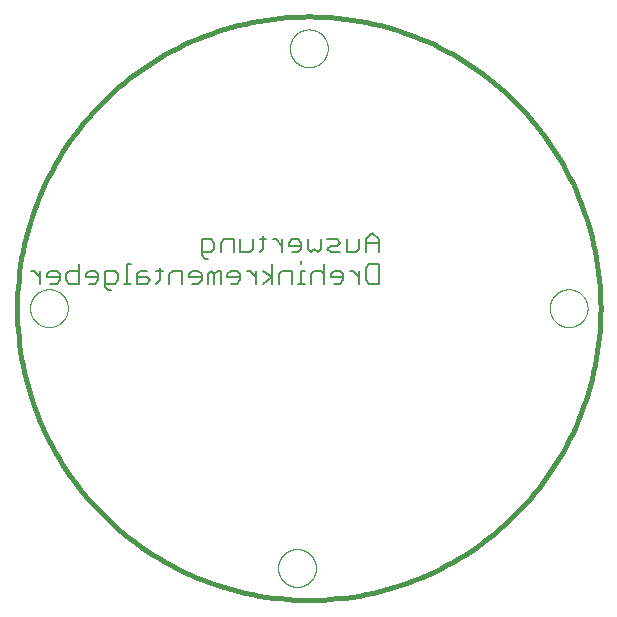
<source format=gbo>
G75*
%MOIN*%
%OFA0B0*%
%FSLAX25Y25*%
%IPPOS*%
%LPD*%
%AMOC8*
5,1,8,0,0,1.08239X$1,22.5*
%
%ADD10C,0.01600*%
%ADD11C,0.00000*%
%ADD12C,0.00600*%
D10*
X0002582Y0099819D02*
X0002611Y0102205D01*
X0002699Y0104590D01*
X0002845Y0106972D01*
X0003050Y0109350D01*
X0003313Y0111722D01*
X0003634Y0114087D01*
X0004014Y0116443D01*
X0004450Y0118789D01*
X0004945Y0121124D01*
X0005496Y0123446D01*
X0006104Y0125753D01*
X0006769Y0128045D01*
X0007490Y0130320D01*
X0008266Y0132577D01*
X0009098Y0134814D01*
X0009984Y0137030D01*
X0010924Y0139223D01*
X0011918Y0141393D01*
X0012965Y0143538D01*
X0014064Y0145656D01*
X0015214Y0147747D01*
X0016416Y0149809D01*
X0017668Y0151841D01*
X0018969Y0153841D01*
X0020320Y0155809D01*
X0021718Y0157743D01*
X0023163Y0159642D01*
X0024654Y0161505D01*
X0026190Y0163332D01*
X0027771Y0165119D01*
X0029395Y0166868D01*
X0031062Y0168576D01*
X0032770Y0170243D01*
X0034519Y0171867D01*
X0036306Y0173448D01*
X0038133Y0174984D01*
X0039996Y0176475D01*
X0041895Y0177920D01*
X0043829Y0179318D01*
X0045797Y0180669D01*
X0047797Y0181970D01*
X0049829Y0183222D01*
X0051891Y0184424D01*
X0053982Y0185574D01*
X0056100Y0186673D01*
X0058245Y0187720D01*
X0060415Y0188714D01*
X0062608Y0189654D01*
X0064824Y0190540D01*
X0067061Y0191372D01*
X0069318Y0192148D01*
X0071593Y0192869D01*
X0073885Y0193534D01*
X0076192Y0194142D01*
X0078514Y0194693D01*
X0080849Y0195188D01*
X0083195Y0195624D01*
X0085551Y0196004D01*
X0087916Y0196325D01*
X0090288Y0196588D01*
X0092666Y0196793D01*
X0095048Y0196939D01*
X0097433Y0197027D01*
X0099819Y0197056D01*
X0102205Y0197027D01*
X0104590Y0196939D01*
X0106972Y0196793D01*
X0109350Y0196588D01*
X0111722Y0196325D01*
X0114087Y0196004D01*
X0116443Y0195624D01*
X0118789Y0195188D01*
X0121124Y0194693D01*
X0123446Y0194142D01*
X0125753Y0193534D01*
X0128045Y0192869D01*
X0130320Y0192148D01*
X0132577Y0191372D01*
X0134814Y0190540D01*
X0137030Y0189654D01*
X0139223Y0188714D01*
X0141393Y0187720D01*
X0143538Y0186673D01*
X0145656Y0185574D01*
X0147747Y0184424D01*
X0149809Y0183222D01*
X0151841Y0181970D01*
X0153841Y0180669D01*
X0155809Y0179318D01*
X0157743Y0177920D01*
X0159642Y0176475D01*
X0161505Y0174984D01*
X0163332Y0173448D01*
X0165119Y0171867D01*
X0166868Y0170243D01*
X0168576Y0168576D01*
X0170243Y0166868D01*
X0171867Y0165119D01*
X0173448Y0163332D01*
X0174984Y0161505D01*
X0176475Y0159642D01*
X0177920Y0157743D01*
X0179318Y0155809D01*
X0180669Y0153841D01*
X0181970Y0151841D01*
X0183222Y0149809D01*
X0184424Y0147747D01*
X0185574Y0145656D01*
X0186673Y0143538D01*
X0187720Y0141393D01*
X0188714Y0139223D01*
X0189654Y0137030D01*
X0190540Y0134814D01*
X0191372Y0132577D01*
X0192148Y0130320D01*
X0192869Y0128045D01*
X0193534Y0125753D01*
X0194142Y0123446D01*
X0194693Y0121124D01*
X0195188Y0118789D01*
X0195624Y0116443D01*
X0196004Y0114087D01*
X0196325Y0111722D01*
X0196588Y0109350D01*
X0196793Y0106972D01*
X0196939Y0104590D01*
X0197027Y0102205D01*
X0197056Y0099819D01*
X0197027Y0097433D01*
X0196939Y0095048D01*
X0196793Y0092666D01*
X0196588Y0090288D01*
X0196325Y0087916D01*
X0196004Y0085551D01*
X0195624Y0083195D01*
X0195188Y0080849D01*
X0194693Y0078514D01*
X0194142Y0076192D01*
X0193534Y0073885D01*
X0192869Y0071593D01*
X0192148Y0069318D01*
X0191372Y0067061D01*
X0190540Y0064824D01*
X0189654Y0062608D01*
X0188714Y0060415D01*
X0187720Y0058245D01*
X0186673Y0056100D01*
X0185574Y0053982D01*
X0184424Y0051891D01*
X0183222Y0049829D01*
X0181970Y0047797D01*
X0180669Y0045797D01*
X0179318Y0043829D01*
X0177920Y0041895D01*
X0176475Y0039996D01*
X0174984Y0038133D01*
X0173448Y0036306D01*
X0171867Y0034519D01*
X0170243Y0032770D01*
X0168576Y0031062D01*
X0166868Y0029395D01*
X0165119Y0027771D01*
X0163332Y0026190D01*
X0161505Y0024654D01*
X0159642Y0023163D01*
X0157743Y0021718D01*
X0155809Y0020320D01*
X0153841Y0018969D01*
X0151841Y0017668D01*
X0149809Y0016416D01*
X0147747Y0015214D01*
X0145656Y0014064D01*
X0143538Y0012965D01*
X0141393Y0011918D01*
X0139223Y0010924D01*
X0137030Y0009984D01*
X0134814Y0009098D01*
X0132577Y0008266D01*
X0130320Y0007490D01*
X0128045Y0006769D01*
X0125753Y0006104D01*
X0123446Y0005496D01*
X0121124Y0004945D01*
X0118789Y0004450D01*
X0116443Y0004014D01*
X0114087Y0003634D01*
X0111722Y0003313D01*
X0109350Y0003050D01*
X0106972Y0002845D01*
X0104590Y0002699D01*
X0102205Y0002611D01*
X0099819Y0002582D01*
X0097433Y0002611D01*
X0095048Y0002699D01*
X0092666Y0002845D01*
X0090288Y0003050D01*
X0087916Y0003313D01*
X0085551Y0003634D01*
X0083195Y0004014D01*
X0080849Y0004450D01*
X0078514Y0004945D01*
X0076192Y0005496D01*
X0073885Y0006104D01*
X0071593Y0006769D01*
X0069318Y0007490D01*
X0067061Y0008266D01*
X0064824Y0009098D01*
X0062608Y0009984D01*
X0060415Y0010924D01*
X0058245Y0011918D01*
X0056100Y0012965D01*
X0053982Y0014064D01*
X0051891Y0015214D01*
X0049829Y0016416D01*
X0047797Y0017668D01*
X0045797Y0018969D01*
X0043829Y0020320D01*
X0041895Y0021718D01*
X0039996Y0023163D01*
X0038133Y0024654D01*
X0036306Y0026190D01*
X0034519Y0027771D01*
X0032770Y0029395D01*
X0031062Y0031062D01*
X0029395Y0032770D01*
X0027771Y0034519D01*
X0026190Y0036306D01*
X0024654Y0038133D01*
X0023163Y0039996D01*
X0021718Y0041895D01*
X0020320Y0043829D01*
X0018969Y0045797D01*
X0017668Y0047797D01*
X0016416Y0049829D01*
X0015214Y0051891D01*
X0014064Y0053982D01*
X0012965Y0056100D01*
X0011918Y0058245D01*
X0010924Y0060415D01*
X0009984Y0062608D01*
X0009098Y0064824D01*
X0008266Y0067061D01*
X0007490Y0069318D01*
X0006769Y0071593D01*
X0006104Y0073885D01*
X0005496Y0076192D01*
X0004945Y0078514D01*
X0004450Y0080849D01*
X0004014Y0083195D01*
X0003634Y0085551D01*
X0003313Y0087916D01*
X0003050Y0090288D01*
X0002845Y0092666D01*
X0002699Y0095048D01*
X0002611Y0097433D01*
X0002582Y0099819D01*
D11*
X0089583Y0013205D02*
X0089585Y0013363D01*
X0089591Y0013521D01*
X0089601Y0013679D01*
X0089615Y0013837D01*
X0089633Y0013994D01*
X0089654Y0014151D01*
X0089680Y0014307D01*
X0089710Y0014463D01*
X0089743Y0014618D01*
X0089781Y0014771D01*
X0089822Y0014924D01*
X0089867Y0015076D01*
X0089916Y0015227D01*
X0089969Y0015376D01*
X0090025Y0015524D01*
X0090085Y0015670D01*
X0090149Y0015815D01*
X0090217Y0015958D01*
X0090288Y0016100D01*
X0090362Y0016240D01*
X0090440Y0016377D01*
X0090522Y0016513D01*
X0090606Y0016647D01*
X0090695Y0016778D01*
X0090786Y0016907D01*
X0090881Y0017034D01*
X0090978Y0017159D01*
X0091079Y0017281D01*
X0091183Y0017400D01*
X0091290Y0017517D01*
X0091400Y0017631D01*
X0091513Y0017742D01*
X0091628Y0017851D01*
X0091746Y0017956D01*
X0091867Y0018058D01*
X0091990Y0018158D01*
X0092116Y0018254D01*
X0092244Y0018347D01*
X0092374Y0018437D01*
X0092507Y0018523D01*
X0092642Y0018607D01*
X0092778Y0018686D01*
X0092917Y0018763D01*
X0093058Y0018835D01*
X0093200Y0018905D01*
X0093344Y0018970D01*
X0093490Y0019032D01*
X0093637Y0019090D01*
X0093786Y0019145D01*
X0093936Y0019196D01*
X0094087Y0019243D01*
X0094239Y0019286D01*
X0094392Y0019325D01*
X0094547Y0019361D01*
X0094702Y0019392D01*
X0094858Y0019420D01*
X0095014Y0019444D01*
X0095171Y0019464D01*
X0095329Y0019480D01*
X0095486Y0019492D01*
X0095645Y0019500D01*
X0095803Y0019504D01*
X0095961Y0019504D01*
X0096119Y0019500D01*
X0096278Y0019492D01*
X0096435Y0019480D01*
X0096593Y0019464D01*
X0096750Y0019444D01*
X0096906Y0019420D01*
X0097062Y0019392D01*
X0097217Y0019361D01*
X0097372Y0019325D01*
X0097525Y0019286D01*
X0097677Y0019243D01*
X0097828Y0019196D01*
X0097978Y0019145D01*
X0098127Y0019090D01*
X0098274Y0019032D01*
X0098420Y0018970D01*
X0098564Y0018905D01*
X0098706Y0018835D01*
X0098847Y0018763D01*
X0098986Y0018686D01*
X0099122Y0018607D01*
X0099257Y0018523D01*
X0099390Y0018437D01*
X0099520Y0018347D01*
X0099648Y0018254D01*
X0099774Y0018158D01*
X0099897Y0018058D01*
X0100018Y0017956D01*
X0100136Y0017851D01*
X0100251Y0017742D01*
X0100364Y0017631D01*
X0100474Y0017517D01*
X0100581Y0017400D01*
X0100685Y0017281D01*
X0100786Y0017159D01*
X0100883Y0017034D01*
X0100978Y0016907D01*
X0101069Y0016778D01*
X0101158Y0016647D01*
X0101242Y0016513D01*
X0101324Y0016377D01*
X0101402Y0016240D01*
X0101476Y0016100D01*
X0101547Y0015958D01*
X0101615Y0015815D01*
X0101679Y0015670D01*
X0101739Y0015524D01*
X0101795Y0015376D01*
X0101848Y0015227D01*
X0101897Y0015076D01*
X0101942Y0014924D01*
X0101983Y0014771D01*
X0102021Y0014618D01*
X0102054Y0014463D01*
X0102084Y0014307D01*
X0102110Y0014151D01*
X0102131Y0013994D01*
X0102149Y0013837D01*
X0102163Y0013679D01*
X0102173Y0013521D01*
X0102179Y0013363D01*
X0102181Y0013205D01*
X0102179Y0013047D01*
X0102173Y0012889D01*
X0102163Y0012731D01*
X0102149Y0012573D01*
X0102131Y0012416D01*
X0102110Y0012259D01*
X0102084Y0012103D01*
X0102054Y0011947D01*
X0102021Y0011792D01*
X0101983Y0011639D01*
X0101942Y0011486D01*
X0101897Y0011334D01*
X0101848Y0011183D01*
X0101795Y0011034D01*
X0101739Y0010886D01*
X0101679Y0010740D01*
X0101615Y0010595D01*
X0101547Y0010452D01*
X0101476Y0010310D01*
X0101402Y0010170D01*
X0101324Y0010033D01*
X0101242Y0009897D01*
X0101158Y0009763D01*
X0101069Y0009632D01*
X0100978Y0009503D01*
X0100883Y0009376D01*
X0100786Y0009251D01*
X0100685Y0009129D01*
X0100581Y0009010D01*
X0100474Y0008893D01*
X0100364Y0008779D01*
X0100251Y0008668D01*
X0100136Y0008559D01*
X0100018Y0008454D01*
X0099897Y0008352D01*
X0099774Y0008252D01*
X0099648Y0008156D01*
X0099520Y0008063D01*
X0099390Y0007973D01*
X0099257Y0007887D01*
X0099122Y0007803D01*
X0098986Y0007724D01*
X0098847Y0007647D01*
X0098706Y0007575D01*
X0098564Y0007505D01*
X0098420Y0007440D01*
X0098274Y0007378D01*
X0098127Y0007320D01*
X0097978Y0007265D01*
X0097828Y0007214D01*
X0097677Y0007167D01*
X0097525Y0007124D01*
X0097372Y0007085D01*
X0097217Y0007049D01*
X0097062Y0007018D01*
X0096906Y0006990D01*
X0096750Y0006966D01*
X0096593Y0006946D01*
X0096435Y0006930D01*
X0096278Y0006918D01*
X0096119Y0006910D01*
X0095961Y0006906D01*
X0095803Y0006906D01*
X0095645Y0006910D01*
X0095486Y0006918D01*
X0095329Y0006930D01*
X0095171Y0006946D01*
X0095014Y0006966D01*
X0094858Y0006990D01*
X0094702Y0007018D01*
X0094547Y0007049D01*
X0094392Y0007085D01*
X0094239Y0007124D01*
X0094087Y0007167D01*
X0093936Y0007214D01*
X0093786Y0007265D01*
X0093637Y0007320D01*
X0093490Y0007378D01*
X0093344Y0007440D01*
X0093200Y0007505D01*
X0093058Y0007575D01*
X0092917Y0007647D01*
X0092778Y0007724D01*
X0092642Y0007803D01*
X0092507Y0007887D01*
X0092374Y0007973D01*
X0092244Y0008063D01*
X0092116Y0008156D01*
X0091990Y0008252D01*
X0091867Y0008352D01*
X0091746Y0008454D01*
X0091628Y0008559D01*
X0091513Y0008668D01*
X0091400Y0008779D01*
X0091290Y0008893D01*
X0091183Y0009010D01*
X0091079Y0009129D01*
X0090978Y0009251D01*
X0090881Y0009376D01*
X0090786Y0009503D01*
X0090695Y0009632D01*
X0090606Y0009763D01*
X0090522Y0009897D01*
X0090440Y0010033D01*
X0090362Y0010170D01*
X0090288Y0010310D01*
X0090217Y0010452D01*
X0090149Y0010595D01*
X0090085Y0010740D01*
X0090025Y0010886D01*
X0089969Y0011034D01*
X0089916Y0011183D01*
X0089867Y0011334D01*
X0089822Y0011486D01*
X0089781Y0011639D01*
X0089743Y0011792D01*
X0089710Y0011947D01*
X0089680Y0012103D01*
X0089654Y0012259D01*
X0089633Y0012416D01*
X0089615Y0012573D01*
X0089601Y0012731D01*
X0089591Y0012889D01*
X0089585Y0013047D01*
X0089583Y0013205D01*
X0006906Y0099819D02*
X0006908Y0099977D01*
X0006914Y0100135D01*
X0006924Y0100293D01*
X0006938Y0100451D01*
X0006956Y0100608D01*
X0006977Y0100765D01*
X0007003Y0100921D01*
X0007033Y0101077D01*
X0007066Y0101232D01*
X0007104Y0101385D01*
X0007145Y0101538D01*
X0007190Y0101690D01*
X0007239Y0101841D01*
X0007292Y0101990D01*
X0007348Y0102138D01*
X0007408Y0102284D01*
X0007472Y0102429D01*
X0007540Y0102572D01*
X0007611Y0102714D01*
X0007685Y0102854D01*
X0007763Y0102991D01*
X0007845Y0103127D01*
X0007929Y0103261D01*
X0008018Y0103392D01*
X0008109Y0103521D01*
X0008204Y0103648D01*
X0008301Y0103773D01*
X0008402Y0103895D01*
X0008506Y0104014D01*
X0008613Y0104131D01*
X0008723Y0104245D01*
X0008836Y0104356D01*
X0008951Y0104465D01*
X0009069Y0104570D01*
X0009190Y0104672D01*
X0009313Y0104772D01*
X0009439Y0104868D01*
X0009567Y0104961D01*
X0009697Y0105051D01*
X0009830Y0105137D01*
X0009965Y0105221D01*
X0010101Y0105300D01*
X0010240Y0105377D01*
X0010381Y0105449D01*
X0010523Y0105519D01*
X0010667Y0105584D01*
X0010813Y0105646D01*
X0010960Y0105704D01*
X0011109Y0105759D01*
X0011259Y0105810D01*
X0011410Y0105857D01*
X0011562Y0105900D01*
X0011715Y0105939D01*
X0011870Y0105975D01*
X0012025Y0106006D01*
X0012181Y0106034D01*
X0012337Y0106058D01*
X0012494Y0106078D01*
X0012652Y0106094D01*
X0012809Y0106106D01*
X0012968Y0106114D01*
X0013126Y0106118D01*
X0013284Y0106118D01*
X0013442Y0106114D01*
X0013601Y0106106D01*
X0013758Y0106094D01*
X0013916Y0106078D01*
X0014073Y0106058D01*
X0014229Y0106034D01*
X0014385Y0106006D01*
X0014540Y0105975D01*
X0014695Y0105939D01*
X0014848Y0105900D01*
X0015000Y0105857D01*
X0015151Y0105810D01*
X0015301Y0105759D01*
X0015450Y0105704D01*
X0015597Y0105646D01*
X0015743Y0105584D01*
X0015887Y0105519D01*
X0016029Y0105449D01*
X0016170Y0105377D01*
X0016309Y0105300D01*
X0016445Y0105221D01*
X0016580Y0105137D01*
X0016713Y0105051D01*
X0016843Y0104961D01*
X0016971Y0104868D01*
X0017097Y0104772D01*
X0017220Y0104672D01*
X0017341Y0104570D01*
X0017459Y0104465D01*
X0017574Y0104356D01*
X0017687Y0104245D01*
X0017797Y0104131D01*
X0017904Y0104014D01*
X0018008Y0103895D01*
X0018109Y0103773D01*
X0018206Y0103648D01*
X0018301Y0103521D01*
X0018392Y0103392D01*
X0018481Y0103261D01*
X0018565Y0103127D01*
X0018647Y0102991D01*
X0018725Y0102854D01*
X0018799Y0102714D01*
X0018870Y0102572D01*
X0018938Y0102429D01*
X0019002Y0102284D01*
X0019062Y0102138D01*
X0019118Y0101990D01*
X0019171Y0101841D01*
X0019220Y0101690D01*
X0019265Y0101538D01*
X0019306Y0101385D01*
X0019344Y0101232D01*
X0019377Y0101077D01*
X0019407Y0100921D01*
X0019433Y0100765D01*
X0019454Y0100608D01*
X0019472Y0100451D01*
X0019486Y0100293D01*
X0019496Y0100135D01*
X0019502Y0099977D01*
X0019504Y0099819D01*
X0019502Y0099661D01*
X0019496Y0099503D01*
X0019486Y0099345D01*
X0019472Y0099187D01*
X0019454Y0099030D01*
X0019433Y0098873D01*
X0019407Y0098717D01*
X0019377Y0098561D01*
X0019344Y0098406D01*
X0019306Y0098253D01*
X0019265Y0098100D01*
X0019220Y0097948D01*
X0019171Y0097797D01*
X0019118Y0097648D01*
X0019062Y0097500D01*
X0019002Y0097354D01*
X0018938Y0097209D01*
X0018870Y0097066D01*
X0018799Y0096924D01*
X0018725Y0096784D01*
X0018647Y0096647D01*
X0018565Y0096511D01*
X0018481Y0096377D01*
X0018392Y0096246D01*
X0018301Y0096117D01*
X0018206Y0095990D01*
X0018109Y0095865D01*
X0018008Y0095743D01*
X0017904Y0095624D01*
X0017797Y0095507D01*
X0017687Y0095393D01*
X0017574Y0095282D01*
X0017459Y0095173D01*
X0017341Y0095068D01*
X0017220Y0094966D01*
X0017097Y0094866D01*
X0016971Y0094770D01*
X0016843Y0094677D01*
X0016713Y0094587D01*
X0016580Y0094501D01*
X0016445Y0094417D01*
X0016309Y0094338D01*
X0016170Y0094261D01*
X0016029Y0094189D01*
X0015887Y0094119D01*
X0015743Y0094054D01*
X0015597Y0093992D01*
X0015450Y0093934D01*
X0015301Y0093879D01*
X0015151Y0093828D01*
X0015000Y0093781D01*
X0014848Y0093738D01*
X0014695Y0093699D01*
X0014540Y0093663D01*
X0014385Y0093632D01*
X0014229Y0093604D01*
X0014073Y0093580D01*
X0013916Y0093560D01*
X0013758Y0093544D01*
X0013601Y0093532D01*
X0013442Y0093524D01*
X0013284Y0093520D01*
X0013126Y0093520D01*
X0012968Y0093524D01*
X0012809Y0093532D01*
X0012652Y0093544D01*
X0012494Y0093560D01*
X0012337Y0093580D01*
X0012181Y0093604D01*
X0012025Y0093632D01*
X0011870Y0093663D01*
X0011715Y0093699D01*
X0011562Y0093738D01*
X0011410Y0093781D01*
X0011259Y0093828D01*
X0011109Y0093879D01*
X0010960Y0093934D01*
X0010813Y0093992D01*
X0010667Y0094054D01*
X0010523Y0094119D01*
X0010381Y0094189D01*
X0010240Y0094261D01*
X0010101Y0094338D01*
X0009965Y0094417D01*
X0009830Y0094501D01*
X0009697Y0094587D01*
X0009567Y0094677D01*
X0009439Y0094770D01*
X0009313Y0094866D01*
X0009190Y0094966D01*
X0009069Y0095068D01*
X0008951Y0095173D01*
X0008836Y0095282D01*
X0008723Y0095393D01*
X0008613Y0095507D01*
X0008506Y0095624D01*
X0008402Y0095743D01*
X0008301Y0095865D01*
X0008204Y0095990D01*
X0008109Y0096117D01*
X0008018Y0096246D01*
X0007929Y0096377D01*
X0007845Y0096511D01*
X0007763Y0096647D01*
X0007685Y0096784D01*
X0007611Y0096924D01*
X0007540Y0097066D01*
X0007472Y0097209D01*
X0007408Y0097354D01*
X0007348Y0097500D01*
X0007292Y0097648D01*
X0007239Y0097797D01*
X0007190Y0097948D01*
X0007145Y0098100D01*
X0007104Y0098253D01*
X0007066Y0098406D01*
X0007033Y0098561D01*
X0007003Y0098717D01*
X0006977Y0098873D01*
X0006956Y0099030D01*
X0006938Y0099187D01*
X0006924Y0099345D01*
X0006914Y0099503D01*
X0006908Y0099661D01*
X0006906Y0099819D01*
X0093520Y0186433D02*
X0093522Y0186591D01*
X0093528Y0186749D01*
X0093538Y0186907D01*
X0093552Y0187065D01*
X0093570Y0187222D01*
X0093591Y0187379D01*
X0093617Y0187535D01*
X0093647Y0187691D01*
X0093680Y0187846D01*
X0093718Y0187999D01*
X0093759Y0188152D01*
X0093804Y0188304D01*
X0093853Y0188455D01*
X0093906Y0188604D01*
X0093962Y0188752D01*
X0094022Y0188898D01*
X0094086Y0189043D01*
X0094154Y0189186D01*
X0094225Y0189328D01*
X0094299Y0189468D01*
X0094377Y0189605D01*
X0094459Y0189741D01*
X0094543Y0189875D01*
X0094632Y0190006D01*
X0094723Y0190135D01*
X0094818Y0190262D01*
X0094915Y0190387D01*
X0095016Y0190509D01*
X0095120Y0190628D01*
X0095227Y0190745D01*
X0095337Y0190859D01*
X0095450Y0190970D01*
X0095565Y0191079D01*
X0095683Y0191184D01*
X0095804Y0191286D01*
X0095927Y0191386D01*
X0096053Y0191482D01*
X0096181Y0191575D01*
X0096311Y0191665D01*
X0096444Y0191751D01*
X0096579Y0191835D01*
X0096715Y0191914D01*
X0096854Y0191991D01*
X0096995Y0192063D01*
X0097137Y0192133D01*
X0097281Y0192198D01*
X0097427Y0192260D01*
X0097574Y0192318D01*
X0097723Y0192373D01*
X0097873Y0192424D01*
X0098024Y0192471D01*
X0098176Y0192514D01*
X0098329Y0192553D01*
X0098484Y0192589D01*
X0098639Y0192620D01*
X0098795Y0192648D01*
X0098951Y0192672D01*
X0099108Y0192692D01*
X0099266Y0192708D01*
X0099423Y0192720D01*
X0099582Y0192728D01*
X0099740Y0192732D01*
X0099898Y0192732D01*
X0100056Y0192728D01*
X0100215Y0192720D01*
X0100372Y0192708D01*
X0100530Y0192692D01*
X0100687Y0192672D01*
X0100843Y0192648D01*
X0100999Y0192620D01*
X0101154Y0192589D01*
X0101309Y0192553D01*
X0101462Y0192514D01*
X0101614Y0192471D01*
X0101765Y0192424D01*
X0101915Y0192373D01*
X0102064Y0192318D01*
X0102211Y0192260D01*
X0102357Y0192198D01*
X0102501Y0192133D01*
X0102643Y0192063D01*
X0102784Y0191991D01*
X0102923Y0191914D01*
X0103059Y0191835D01*
X0103194Y0191751D01*
X0103327Y0191665D01*
X0103457Y0191575D01*
X0103585Y0191482D01*
X0103711Y0191386D01*
X0103834Y0191286D01*
X0103955Y0191184D01*
X0104073Y0191079D01*
X0104188Y0190970D01*
X0104301Y0190859D01*
X0104411Y0190745D01*
X0104518Y0190628D01*
X0104622Y0190509D01*
X0104723Y0190387D01*
X0104820Y0190262D01*
X0104915Y0190135D01*
X0105006Y0190006D01*
X0105095Y0189875D01*
X0105179Y0189741D01*
X0105261Y0189605D01*
X0105339Y0189468D01*
X0105413Y0189328D01*
X0105484Y0189186D01*
X0105552Y0189043D01*
X0105616Y0188898D01*
X0105676Y0188752D01*
X0105732Y0188604D01*
X0105785Y0188455D01*
X0105834Y0188304D01*
X0105879Y0188152D01*
X0105920Y0187999D01*
X0105958Y0187846D01*
X0105991Y0187691D01*
X0106021Y0187535D01*
X0106047Y0187379D01*
X0106068Y0187222D01*
X0106086Y0187065D01*
X0106100Y0186907D01*
X0106110Y0186749D01*
X0106116Y0186591D01*
X0106118Y0186433D01*
X0106116Y0186275D01*
X0106110Y0186117D01*
X0106100Y0185959D01*
X0106086Y0185801D01*
X0106068Y0185644D01*
X0106047Y0185487D01*
X0106021Y0185331D01*
X0105991Y0185175D01*
X0105958Y0185020D01*
X0105920Y0184867D01*
X0105879Y0184714D01*
X0105834Y0184562D01*
X0105785Y0184411D01*
X0105732Y0184262D01*
X0105676Y0184114D01*
X0105616Y0183968D01*
X0105552Y0183823D01*
X0105484Y0183680D01*
X0105413Y0183538D01*
X0105339Y0183398D01*
X0105261Y0183261D01*
X0105179Y0183125D01*
X0105095Y0182991D01*
X0105006Y0182860D01*
X0104915Y0182731D01*
X0104820Y0182604D01*
X0104723Y0182479D01*
X0104622Y0182357D01*
X0104518Y0182238D01*
X0104411Y0182121D01*
X0104301Y0182007D01*
X0104188Y0181896D01*
X0104073Y0181787D01*
X0103955Y0181682D01*
X0103834Y0181580D01*
X0103711Y0181480D01*
X0103585Y0181384D01*
X0103457Y0181291D01*
X0103327Y0181201D01*
X0103194Y0181115D01*
X0103059Y0181031D01*
X0102923Y0180952D01*
X0102784Y0180875D01*
X0102643Y0180803D01*
X0102501Y0180733D01*
X0102357Y0180668D01*
X0102211Y0180606D01*
X0102064Y0180548D01*
X0101915Y0180493D01*
X0101765Y0180442D01*
X0101614Y0180395D01*
X0101462Y0180352D01*
X0101309Y0180313D01*
X0101154Y0180277D01*
X0100999Y0180246D01*
X0100843Y0180218D01*
X0100687Y0180194D01*
X0100530Y0180174D01*
X0100372Y0180158D01*
X0100215Y0180146D01*
X0100056Y0180138D01*
X0099898Y0180134D01*
X0099740Y0180134D01*
X0099582Y0180138D01*
X0099423Y0180146D01*
X0099266Y0180158D01*
X0099108Y0180174D01*
X0098951Y0180194D01*
X0098795Y0180218D01*
X0098639Y0180246D01*
X0098484Y0180277D01*
X0098329Y0180313D01*
X0098176Y0180352D01*
X0098024Y0180395D01*
X0097873Y0180442D01*
X0097723Y0180493D01*
X0097574Y0180548D01*
X0097427Y0180606D01*
X0097281Y0180668D01*
X0097137Y0180733D01*
X0096995Y0180803D01*
X0096854Y0180875D01*
X0096715Y0180952D01*
X0096579Y0181031D01*
X0096444Y0181115D01*
X0096311Y0181201D01*
X0096181Y0181291D01*
X0096053Y0181384D01*
X0095927Y0181480D01*
X0095804Y0181580D01*
X0095683Y0181682D01*
X0095565Y0181787D01*
X0095450Y0181896D01*
X0095337Y0182007D01*
X0095227Y0182121D01*
X0095120Y0182238D01*
X0095016Y0182357D01*
X0094915Y0182479D01*
X0094818Y0182604D01*
X0094723Y0182731D01*
X0094632Y0182860D01*
X0094543Y0182991D01*
X0094459Y0183125D01*
X0094377Y0183261D01*
X0094299Y0183398D01*
X0094225Y0183538D01*
X0094154Y0183680D01*
X0094086Y0183823D01*
X0094022Y0183968D01*
X0093962Y0184114D01*
X0093906Y0184262D01*
X0093853Y0184411D01*
X0093804Y0184562D01*
X0093759Y0184714D01*
X0093718Y0184867D01*
X0093680Y0185020D01*
X0093647Y0185175D01*
X0093617Y0185331D01*
X0093591Y0185487D01*
X0093570Y0185644D01*
X0093552Y0185801D01*
X0093538Y0185959D01*
X0093528Y0186117D01*
X0093522Y0186275D01*
X0093520Y0186433D01*
X0180134Y0099819D02*
X0180136Y0099977D01*
X0180142Y0100135D01*
X0180152Y0100293D01*
X0180166Y0100451D01*
X0180184Y0100608D01*
X0180205Y0100765D01*
X0180231Y0100921D01*
X0180261Y0101077D01*
X0180294Y0101232D01*
X0180332Y0101385D01*
X0180373Y0101538D01*
X0180418Y0101690D01*
X0180467Y0101841D01*
X0180520Y0101990D01*
X0180576Y0102138D01*
X0180636Y0102284D01*
X0180700Y0102429D01*
X0180768Y0102572D01*
X0180839Y0102714D01*
X0180913Y0102854D01*
X0180991Y0102991D01*
X0181073Y0103127D01*
X0181157Y0103261D01*
X0181246Y0103392D01*
X0181337Y0103521D01*
X0181432Y0103648D01*
X0181529Y0103773D01*
X0181630Y0103895D01*
X0181734Y0104014D01*
X0181841Y0104131D01*
X0181951Y0104245D01*
X0182064Y0104356D01*
X0182179Y0104465D01*
X0182297Y0104570D01*
X0182418Y0104672D01*
X0182541Y0104772D01*
X0182667Y0104868D01*
X0182795Y0104961D01*
X0182925Y0105051D01*
X0183058Y0105137D01*
X0183193Y0105221D01*
X0183329Y0105300D01*
X0183468Y0105377D01*
X0183609Y0105449D01*
X0183751Y0105519D01*
X0183895Y0105584D01*
X0184041Y0105646D01*
X0184188Y0105704D01*
X0184337Y0105759D01*
X0184487Y0105810D01*
X0184638Y0105857D01*
X0184790Y0105900D01*
X0184943Y0105939D01*
X0185098Y0105975D01*
X0185253Y0106006D01*
X0185409Y0106034D01*
X0185565Y0106058D01*
X0185722Y0106078D01*
X0185880Y0106094D01*
X0186037Y0106106D01*
X0186196Y0106114D01*
X0186354Y0106118D01*
X0186512Y0106118D01*
X0186670Y0106114D01*
X0186829Y0106106D01*
X0186986Y0106094D01*
X0187144Y0106078D01*
X0187301Y0106058D01*
X0187457Y0106034D01*
X0187613Y0106006D01*
X0187768Y0105975D01*
X0187923Y0105939D01*
X0188076Y0105900D01*
X0188228Y0105857D01*
X0188379Y0105810D01*
X0188529Y0105759D01*
X0188678Y0105704D01*
X0188825Y0105646D01*
X0188971Y0105584D01*
X0189115Y0105519D01*
X0189257Y0105449D01*
X0189398Y0105377D01*
X0189537Y0105300D01*
X0189673Y0105221D01*
X0189808Y0105137D01*
X0189941Y0105051D01*
X0190071Y0104961D01*
X0190199Y0104868D01*
X0190325Y0104772D01*
X0190448Y0104672D01*
X0190569Y0104570D01*
X0190687Y0104465D01*
X0190802Y0104356D01*
X0190915Y0104245D01*
X0191025Y0104131D01*
X0191132Y0104014D01*
X0191236Y0103895D01*
X0191337Y0103773D01*
X0191434Y0103648D01*
X0191529Y0103521D01*
X0191620Y0103392D01*
X0191709Y0103261D01*
X0191793Y0103127D01*
X0191875Y0102991D01*
X0191953Y0102854D01*
X0192027Y0102714D01*
X0192098Y0102572D01*
X0192166Y0102429D01*
X0192230Y0102284D01*
X0192290Y0102138D01*
X0192346Y0101990D01*
X0192399Y0101841D01*
X0192448Y0101690D01*
X0192493Y0101538D01*
X0192534Y0101385D01*
X0192572Y0101232D01*
X0192605Y0101077D01*
X0192635Y0100921D01*
X0192661Y0100765D01*
X0192682Y0100608D01*
X0192700Y0100451D01*
X0192714Y0100293D01*
X0192724Y0100135D01*
X0192730Y0099977D01*
X0192732Y0099819D01*
X0192730Y0099661D01*
X0192724Y0099503D01*
X0192714Y0099345D01*
X0192700Y0099187D01*
X0192682Y0099030D01*
X0192661Y0098873D01*
X0192635Y0098717D01*
X0192605Y0098561D01*
X0192572Y0098406D01*
X0192534Y0098253D01*
X0192493Y0098100D01*
X0192448Y0097948D01*
X0192399Y0097797D01*
X0192346Y0097648D01*
X0192290Y0097500D01*
X0192230Y0097354D01*
X0192166Y0097209D01*
X0192098Y0097066D01*
X0192027Y0096924D01*
X0191953Y0096784D01*
X0191875Y0096647D01*
X0191793Y0096511D01*
X0191709Y0096377D01*
X0191620Y0096246D01*
X0191529Y0096117D01*
X0191434Y0095990D01*
X0191337Y0095865D01*
X0191236Y0095743D01*
X0191132Y0095624D01*
X0191025Y0095507D01*
X0190915Y0095393D01*
X0190802Y0095282D01*
X0190687Y0095173D01*
X0190569Y0095068D01*
X0190448Y0094966D01*
X0190325Y0094866D01*
X0190199Y0094770D01*
X0190071Y0094677D01*
X0189941Y0094587D01*
X0189808Y0094501D01*
X0189673Y0094417D01*
X0189537Y0094338D01*
X0189398Y0094261D01*
X0189257Y0094189D01*
X0189115Y0094119D01*
X0188971Y0094054D01*
X0188825Y0093992D01*
X0188678Y0093934D01*
X0188529Y0093879D01*
X0188379Y0093828D01*
X0188228Y0093781D01*
X0188076Y0093738D01*
X0187923Y0093699D01*
X0187768Y0093663D01*
X0187613Y0093632D01*
X0187457Y0093604D01*
X0187301Y0093580D01*
X0187144Y0093560D01*
X0186986Y0093544D01*
X0186829Y0093532D01*
X0186670Y0093524D01*
X0186512Y0093520D01*
X0186354Y0093520D01*
X0186196Y0093524D01*
X0186037Y0093532D01*
X0185880Y0093544D01*
X0185722Y0093560D01*
X0185565Y0093580D01*
X0185409Y0093604D01*
X0185253Y0093632D01*
X0185098Y0093663D01*
X0184943Y0093699D01*
X0184790Y0093738D01*
X0184638Y0093781D01*
X0184487Y0093828D01*
X0184337Y0093879D01*
X0184188Y0093934D01*
X0184041Y0093992D01*
X0183895Y0094054D01*
X0183751Y0094119D01*
X0183609Y0094189D01*
X0183468Y0094261D01*
X0183329Y0094338D01*
X0183193Y0094417D01*
X0183058Y0094501D01*
X0182925Y0094587D01*
X0182795Y0094677D01*
X0182667Y0094770D01*
X0182541Y0094866D01*
X0182418Y0094966D01*
X0182297Y0095068D01*
X0182179Y0095173D01*
X0182064Y0095282D01*
X0181951Y0095393D01*
X0181841Y0095507D01*
X0181734Y0095624D01*
X0181630Y0095743D01*
X0181529Y0095865D01*
X0181432Y0095990D01*
X0181337Y0096117D01*
X0181246Y0096246D01*
X0181157Y0096377D01*
X0181073Y0096511D01*
X0180991Y0096647D01*
X0180913Y0096784D01*
X0180839Y0096924D01*
X0180768Y0097066D01*
X0180700Y0097209D01*
X0180636Y0097354D01*
X0180576Y0097500D01*
X0180520Y0097648D01*
X0180467Y0097797D01*
X0180418Y0097948D01*
X0180373Y0098100D01*
X0180332Y0098253D01*
X0180294Y0098406D01*
X0180261Y0098561D01*
X0180231Y0098717D01*
X0180205Y0098873D01*
X0180184Y0099030D01*
X0180166Y0099187D01*
X0180152Y0099345D01*
X0180142Y0099503D01*
X0180136Y0099661D01*
X0180134Y0099819D01*
D12*
X0123141Y0107993D02*
X0119938Y0107993D01*
X0118871Y0109060D01*
X0118871Y0113331D01*
X0119938Y0114398D01*
X0123141Y0114398D01*
X0123141Y0107993D01*
X0116695Y0107993D02*
X0116695Y0112263D01*
X0116695Y0110128D02*
X0114560Y0112263D01*
X0113493Y0112263D01*
X0111324Y0111196D02*
X0110257Y0112263D01*
X0108121Y0112263D01*
X0107054Y0111196D01*
X0107054Y0110128D01*
X0111324Y0110128D01*
X0111324Y0109060D02*
X0111324Y0111196D01*
X0111324Y0109060D02*
X0110257Y0107993D01*
X0108121Y0107993D01*
X0104879Y0107993D02*
X0104879Y0114398D01*
X0103811Y0112263D02*
X0101676Y0112263D01*
X0100608Y0111196D01*
X0100608Y0107993D01*
X0098433Y0107993D02*
X0096298Y0107993D01*
X0097366Y0107993D02*
X0097366Y0112263D01*
X0098433Y0112263D01*
X0097366Y0114398D02*
X0097366Y0115466D01*
X0094136Y0112263D02*
X0090933Y0112263D01*
X0089866Y0111196D01*
X0089866Y0107993D01*
X0087691Y0107993D02*
X0087691Y0114398D01*
X0084488Y0112263D02*
X0087691Y0110128D01*
X0084488Y0107993D01*
X0082319Y0107993D02*
X0082319Y0112263D01*
X0082319Y0110128D02*
X0080184Y0112263D01*
X0079117Y0112263D01*
X0076948Y0111196D02*
X0075881Y0112263D01*
X0073745Y0112263D01*
X0072678Y0111196D01*
X0072678Y0110128D01*
X0076948Y0110128D01*
X0076948Y0109060D02*
X0076948Y0111196D01*
X0076948Y0109060D02*
X0075881Y0107993D01*
X0073745Y0107993D01*
X0070503Y0107993D02*
X0070503Y0112263D01*
X0069435Y0112263D01*
X0068368Y0111196D01*
X0067300Y0112263D01*
X0066232Y0111196D01*
X0066232Y0107993D01*
X0068368Y0107993D02*
X0068368Y0111196D01*
X0064057Y0111196D02*
X0064057Y0109060D01*
X0062990Y0107993D01*
X0060854Y0107993D01*
X0059787Y0110128D02*
X0064057Y0110128D01*
X0064057Y0111196D02*
X0062990Y0112263D01*
X0060854Y0112263D01*
X0059787Y0111196D01*
X0059787Y0110128D01*
X0057612Y0107993D02*
X0057612Y0112263D01*
X0054409Y0112263D01*
X0053341Y0111196D01*
X0053341Y0107993D01*
X0050099Y0109060D02*
X0049031Y0107993D01*
X0050099Y0109060D02*
X0050099Y0113331D01*
X0051166Y0112263D02*
X0049031Y0112263D01*
X0045802Y0112263D02*
X0043666Y0112263D01*
X0042599Y0111196D01*
X0042599Y0107993D01*
X0045802Y0107993D01*
X0046869Y0109060D01*
X0045802Y0110128D01*
X0042599Y0110128D01*
X0040424Y0107993D02*
X0038289Y0107993D01*
X0039356Y0107993D02*
X0039356Y0114398D01*
X0040424Y0114398D01*
X0036127Y0111196D02*
X0036127Y0109060D01*
X0035059Y0107993D01*
X0031856Y0107993D01*
X0031856Y0106925D02*
X0031856Y0112263D01*
X0035059Y0112263D01*
X0036127Y0111196D01*
X0033992Y0105858D02*
X0032924Y0105858D01*
X0031856Y0106925D01*
X0029681Y0109060D02*
X0029681Y0111196D01*
X0028614Y0112263D01*
X0026479Y0112263D01*
X0025411Y0111196D01*
X0025411Y0110128D01*
X0029681Y0110128D01*
X0029681Y0109060D02*
X0028614Y0107993D01*
X0026479Y0107993D01*
X0023236Y0107993D02*
X0020033Y0107993D01*
X0018965Y0109060D01*
X0018965Y0111196D01*
X0020033Y0112263D01*
X0023236Y0112263D01*
X0023236Y0114398D02*
X0023236Y0107993D01*
X0016790Y0109060D02*
X0016790Y0111196D01*
X0015723Y0112263D01*
X0013588Y0112263D01*
X0012520Y0111196D01*
X0012520Y0110128D01*
X0016790Y0110128D01*
X0016790Y0109060D02*
X0015723Y0107993D01*
X0013588Y0107993D01*
X0010345Y0107993D02*
X0010345Y0112263D01*
X0010345Y0110128D02*
X0008210Y0112263D01*
X0007142Y0112263D01*
X0064084Y0117425D02*
X0064084Y0122763D01*
X0067287Y0122763D01*
X0068354Y0121696D01*
X0068354Y0119560D01*
X0067287Y0118493D01*
X0064084Y0118493D01*
X0064084Y0117425D02*
X0065151Y0116358D01*
X0066219Y0116358D01*
X0070529Y0118493D02*
X0070529Y0121696D01*
X0071597Y0122763D01*
X0074800Y0122763D01*
X0074800Y0118493D01*
X0076975Y0118493D02*
X0076975Y0122763D01*
X0076975Y0118493D02*
X0080178Y0118493D01*
X0081245Y0119560D01*
X0081245Y0122763D01*
X0083407Y0122763D02*
X0085542Y0122763D01*
X0084475Y0123831D02*
X0084475Y0119560D01*
X0083407Y0118493D01*
X0087711Y0122763D02*
X0088778Y0122763D01*
X0090913Y0120628D01*
X0090913Y0118493D02*
X0090913Y0122763D01*
X0093089Y0121696D02*
X0093089Y0120628D01*
X0097359Y0120628D01*
X0097359Y0119560D02*
X0097359Y0121696D01*
X0096291Y0122763D01*
X0094156Y0122763D01*
X0093089Y0121696D01*
X0094156Y0118493D02*
X0096291Y0118493D01*
X0097359Y0119560D01*
X0099534Y0119560D02*
X0099534Y0122763D01*
X0099534Y0119560D02*
X0100602Y0118493D01*
X0101669Y0119560D01*
X0102737Y0118493D01*
X0103804Y0119560D01*
X0103804Y0122763D01*
X0105980Y0122763D02*
X0109182Y0122763D01*
X0110250Y0121696D01*
X0109182Y0120628D01*
X0107047Y0120628D01*
X0105980Y0119560D01*
X0107047Y0118493D01*
X0110250Y0118493D01*
X0112425Y0118493D02*
X0112425Y0122763D01*
X0112425Y0118493D02*
X0115628Y0118493D01*
X0116695Y0119560D01*
X0116695Y0122763D01*
X0118871Y0122763D02*
X0118871Y0118493D01*
X0118871Y0121696D02*
X0123141Y0121696D01*
X0123141Y0122763D02*
X0123141Y0118493D01*
X0123141Y0122763D02*
X0121006Y0124898D01*
X0118871Y0122763D01*
X0104879Y0111196D02*
X0103811Y0112263D01*
X0094136Y0112263D02*
X0094136Y0107993D01*
M02*

</source>
